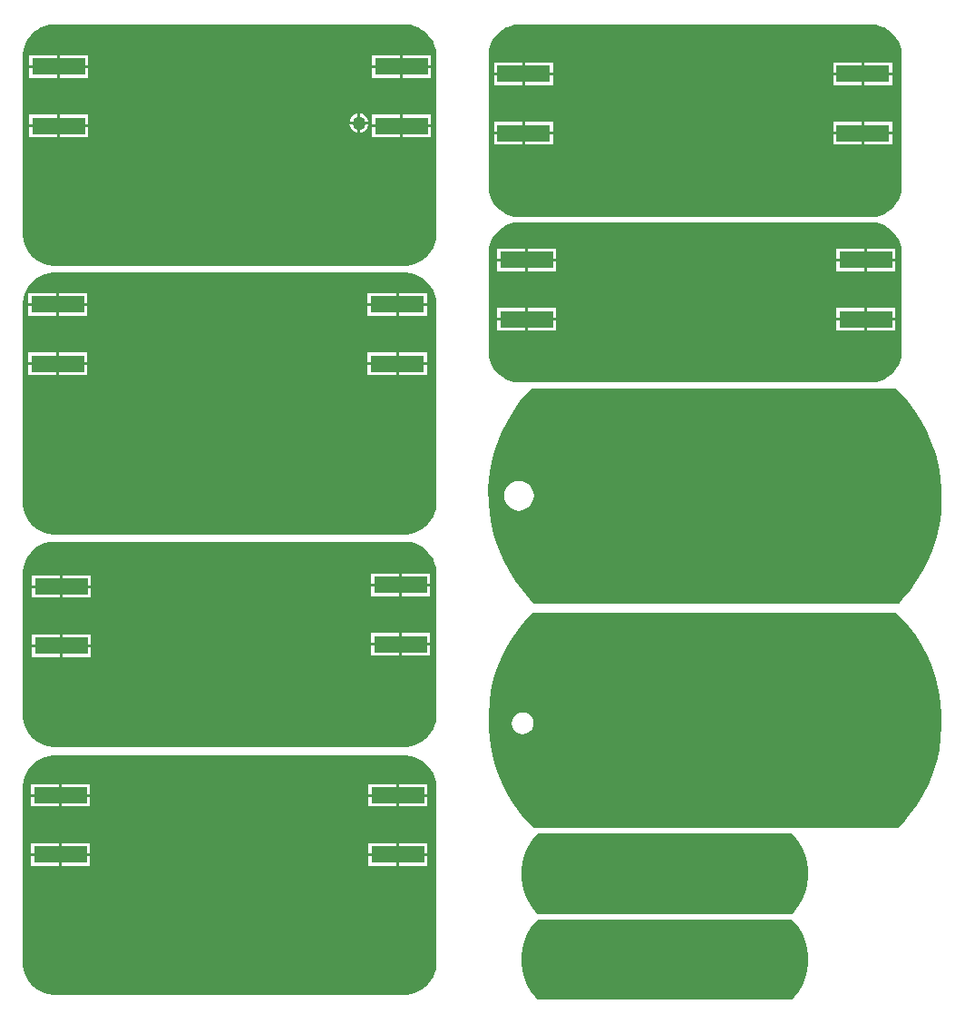
<source format=gbr>
%TF.GenerationSoftware,Altium Limited,Altium Designer,20.0.10 (225)*%
G04 Layer_Physical_Order=2*
G04 Layer_Color=16711680*
%FSLAX26Y26*%
%MOIN*%
%TF.FileFunction,Copper,L2,Bot,Signal*%
%TF.Part,CustomerPanel*%
G01*
G75*
%TA.AperFunction,SMDPad,CuDef*%
%ADD12R,0.196850X0.062992*%
%TA.AperFunction,ConnectorPad*%
%ADD17R,0.196850X0.062992*%
%TA.AperFunction,ViaPad*%
%ADD20C,0.050000*%
G36*
X1699863Y3758097D02*
X1714818Y3754090D01*
X1729122Y3748165D01*
X1742531Y3740424D01*
X1754814Y3730998D01*
X1765762Y3720050D01*
X1775187Y3707767D01*
X1782929Y3694359D01*
X1788854Y3680055D01*
X1792861Y3665099D01*
X1794882Y3649749D01*
Y3642008D01*
Y2992126D01*
Y2984385D01*
X1792861Y2969035D01*
X1788854Y2954079D01*
X1782929Y2939775D01*
X1775187Y2926367D01*
X1765762Y2914084D01*
X1754814Y2903136D01*
X1742531Y2893710D01*
X1729122Y2885969D01*
X1714818Y2880044D01*
X1699863Y2876037D01*
X1684513Y2874016D01*
X1676772D01*
Y2874016D01*
X393701D01*
Y2874016D01*
X385959D01*
X370609Y2876037D01*
X355654Y2880044D01*
X341350Y2885969D01*
X327942Y2893710D01*
X315658Y2903136D01*
X304710Y2914084D01*
X295285Y2926367D01*
X287544Y2939775D01*
X281619Y2954079D01*
X277611Y2969035D01*
X275591Y2984385D01*
Y2992126D01*
X275591D01*
Y3642008D01*
Y3649749D01*
X277611Y3665099D01*
X281619Y3680055D01*
X287544Y3694359D01*
X295285Y3707767D01*
X304710Y3720050D01*
X315658Y3730998D01*
X327941Y3740424D01*
X341350Y3748165D01*
X355654Y3754090D01*
X370609Y3758097D01*
X385959Y3760118D01*
X393701D01*
Y3760118D01*
X1676772D01*
X1684513Y3760118D01*
X1699863Y3758097D01*
D02*
G37*
G36*
X3410613Y3758097D02*
X3425569Y3754090D01*
X3439873Y3748165D01*
X3453281Y3740424D01*
X3465564Y3730999D01*
X3476512Y3720051D01*
X3485938Y3707767D01*
X3493679Y3694359D01*
X3499604Y3680055D01*
X3503611Y3665100D01*
X3505632Y3649749D01*
Y3161826D01*
X3503611Y3146476D01*
X3499604Y3131520D01*
X3493679Y3117216D01*
X3485938Y3103808D01*
X3476512Y3091524D01*
X3465564Y3080577D01*
X3453281Y3071151D01*
X3439873Y3063410D01*
X3425569Y3057485D01*
X3410613Y3053478D01*
X3395263Y3051457D01*
X2096710D01*
X2081359Y3053478D01*
X2066404Y3057485D01*
X2052100Y3063410D01*
X2038692Y3071151D01*
X2026408Y3080577D01*
X2015460Y3091524D01*
X2006035Y3103808D01*
X1998294Y3117216D01*
X1992369Y3131520D01*
X1988362Y3146476D01*
X1986341Y3161826D01*
Y3649749D01*
X1988362Y3665100D01*
X1992369Y3680055D01*
X1998294Y3694359D01*
X2006035Y3707767D01*
X2015460Y3720051D01*
X2026408Y3730999D01*
X2038692Y3740424D01*
X2052100Y3748165D01*
X2066404Y3754090D01*
X2081359Y3758097D01*
X2096710Y3760118D01*
X3395263D01*
X3410613Y3758097D01*
D02*
G37*
G36*
X1699863Y2845617D02*
X1714818Y2841610D01*
X1729122Y2835685D01*
X1742531Y2827943D01*
X1754814Y2818518D01*
X1765762Y2807570D01*
X1775187Y2795287D01*
X1782929Y2781878D01*
X1788854Y2767574D01*
X1792861Y2752619D01*
X1794882Y2737269D01*
Y2729528D01*
Y2003858D01*
Y1996117D01*
X1792861Y1980767D01*
X1788854Y1965811D01*
X1782929Y1951507D01*
X1775187Y1938099D01*
X1765762Y1925816D01*
X1754814Y1914868D01*
X1742531Y1905442D01*
X1729122Y1897701D01*
X1714818Y1891776D01*
X1699863Y1887769D01*
X1684513Y1885748D01*
X1676772D01*
Y1885748D01*
X393701Y1885748D01*
X385959D01*
X370609Y1887769D01*
X355654Y1891776D01*
X341350Y1897701D01*
X327941Y1905442D01*
X315658Y1914868D01*
X304710Y1925816D01*
X295285Y1938099D01*
X287544Y1951507D01*
X281619Y1965811D01*
X277611Y1980767D01*
X275591Y1996117D01*
Y2003858D01*
Y2003858D01*
Y2729528D01*
Y2737269D01*
X277611Y2752619D01*
X281619Y2767574D01*
X287544Y2781878D01*
X295285Y2795287D01*
X304710Y2807570D01*
X315658Y2818518D01*
X327941Y2827943D01*
X341350Y2835685D01*
X355654Y2841610D01*
X370609Y2845617D01*
X385959Y2847638D01*
X393701D01*
Y2847638D01*
X1676772Y2847638D01*
X1684513D01*
X1699863Y2845617D01*
D02*
G37*
G36*
X3410613Y3031719D02*
X3425569Y3027712D01*
X3439873Y3021787D01*
X3453281Y3014046D01*
X3465564Y3004620D01*
X3476512Y2993673D01*
X3485938Y2981389D01*
X3493679Y2967981D01*
X3499604Y2953677D01*
X3503611Y2938722D01*
X3505632Y2923371D01*
Y2915630D01*
Y2562717D01*
Y2554975D01*
X3503611Y2539625D01*
X3499604Y2524670D01*
X3493679Y2510366D01*
X3485938Y2496957D01*
X3476512Y2484674D01*
X3465564Y2473726D01*
X3453281Y2464301D01*
X3439873Y2456559D01*
X3425569Y2450635D01*
X3410613Y2446627D01*
X3395263Y2444606D01*
X2096710D01*
X2081359Y2446627D01*
X2066404Y2450635D01*
X2052100Y2456559D01*
X2038692Y2464301D01*
X2026408Y2473726D01*
X2015460Y2484674D01*
X2006035Y2496957D01*
X1998294Y2510366D01*
X1992369Y2524670D01*
X1988362Y2539625D01*
X1986341Y2554975D01*
Y2562717D01*
Y2915630D01*
Y2923371D01*
X1988362Y2938722D01*
X1992369Y2953677D01*
X1998294Y2967981D01*
X2006035Y2981389D01*
X2015460Y2993673D01*
X2026408Y3004620D01*
X2038692Y3014046D01*
X2052100Y3021787D01*
X2066404Y3027712D01*
X2081359Y3031719D01*
X2096710Y3033740D01*
X3395263D01*
X3410613Y3031719D01*
D02*
G37*
G36*
X1699863Y1858727D02*
X1714818Y1854720D01*
X1729122Y1848795D01*
X1742531Y1841054D01*
X1754814Y1831628D01*
X1765762Y1820680D01*
X1775187Y1808397D01*
X1782929Y1794989D01*
X1788854Y1780685D01*
X1792861Y1765729D01*
X1794882Y1750379D01*
Y1742638D01*
Y1223858D01*
Y1216117D01*
X1792861Y1200767D01*
X1788854Y1185812D01*
X1782929Y1171507D01*
X1775187Y1158099D01*
X1765762Y1145816D01*
X1754814Y1134868D01*
X1742531Y1125443D01*
X1729122Y1117701D01*
X1714818Y1111776D01*
X1699863Y1107769D01*
X1684513Y1105748D01*
X1676772Y1105748D01*
X393701Y1105748D01*
X385959D01*
X370609Y1107769D01*
X355654Y1111776D01*
X341350Y1117701D01*
X327942Y1125443D01*
X315658Y1134868D01*
X304710Y1145816D01*
X295285Y1158099D01*
X287544Y1171507D01*
X281619Y1185812D01*
X277611Y1200767D01*
X275591Y1216117D01*
Y1223858D01*
X275591Y1742638D01*
X275591D01*
Y1750379D01*
X277611Y1765729D01*
X281619Y1780685D01*
X287544Y1794989D01*
X295285Y1808397D01*
X304710Y1820680D01*
X315658Y1831628D01*
X327942Y1841054D01*
X341350Y1848795D01*
X355654Y1854720D01*
X370609Y1858727D01*
X385959Y1860748D01*
X393701Y1860748D01*
X1676772Y1860748D01*
X1684513D01*
X1699863Y1858727D01*
D02*
G37*
G36*
X3499299Y2408417D02*
X3528229Y2375399D01*
X3554480Y2340213D01*
X3577890Y2303076D01*
X3598313Y2264216D01*
X3615625Y2223874D01*
X3629718Y2182298D01*
X3640506Y2139745D01*
X3647921Y2096476D01*
X3651919Y2052759D01*
X3652475Y2008863D01*
X3649585Y1965059D01*
X3643267Y1921616D01*
X3633560Y1878803D01*
X3620523Y1836884D01*
X3604238Y1796117D01*
X3584805Y1756753D01*
X3562343Y1719035D01*
X3536991Y1683196D01*
X3508906Y1649456D01*
X3496832Y1637073D01*
X3493582Y1633740D01*
Y1633740D01*
X3493582Y1633740D01*
X2155000Y1633740D01*
X2139284Y1649063D01*
X2110353Y1682081D01*
X2084102Y1717267D01*
X2060693Y1754404D01*
X2040269Y1793264D01*
X2022958Y1833606D01*
X2008865Y1875182D01*
X1998077Y1917735D01*
X1990661Y1961004D01*
X1986663Y2004721D01*
X1986108Y2048617D01*
X1988998Y2092421D01*
X1995316Y2135864D01*
X2005023Y2178677D01*
X2018059Y2220596D01*
X2034344Y2261363D01*
X2053777Y2300727D01*
X2076239Y2338445D01*
X2101591Y2374285D01*
X2129677Y2408024D01*
X2145000Y2423740D01*
X3483583D01*
X3499299Y2408417D01*
D02*
G37*
G36*
X1699863Y1073727D02*
X1714818Y1069720D01*
X1729122Y1063795D01*
X1742531Y1056054D01*
X1754814Y1046628D01*
X1765762Y1035680D01*
X1775187Y1023397D01*
X1782929Y1009989D01*
X1788854Y995685D01*
X1792861Y980730D01*
X1794882Y965379D01*
Y306117D01*
X1792861Y290767D01*
X1788854Y275812D01*
X1782929Y261507D01*
X1775187Y248099D01*
X1765762Y235816D01*
X1754814Y224868D01*
X1742531Y215442D01*
X1729122Y207701D01*
X1714818Y201776D01*
X1699863Y197769D01*
X1684513Y195748D01*
X1676772D01*
Y195748D01*
X393701Y195748D01*
X385959Y195748D01*
X370609Y197769D01*
X355654Y201776D01*
X341350Y207701D01*
X327941Y215442D01*
X315658Y224868D01*
X304710Y235816D01*
X295285Y248099D01*
X287544Y261507D01*
X281619Y275811D01*
X277611Y290767D01*
X275591Y306117D01*
Y965379D01*
X277611Y980729D01*
X281619Y995685D01*
X287544Y1009989D01*
X295285Y1023397D01*
X304710Y1035680D01*
X315658Y1046628D01*
X327941Y1056054D01*
X341350Y1063795D01*
X355654Y1069720D01*
X370609Y1073727D01*
X385959Y1075748D01*
X393701D01*
Y1075748D01*
X1676772Y1075748D01*
X1684513Y1075748D01*
X1699863Y1073727D01*
D02*
G37*
G36*
X3485976Y1598740D02*
X3485976Y1598740D01*
X3485976D01*
X3501610Y1583324D01*
X3530361Y1550132D01*
X3556421Y1514788D01*
X3579626Y1477508D01*
X3599835Y1438522D01*
X3616923Y1398070D01*
X3630785Y1356403D01*
X3641334Y1313776D01*
X3648507Y1270453D01*
X3652259Y1226701D01*
X3652566Y1182789D01*
X3649427Y1138989D01*
X3642861Y1095570D01*
X3632909Y1052800D01*
X3619631Y1010943D01*
X3603111Y970256D01*
X3583449Y930991D01*
X3560767Y893390D01*
X3535205Y857684D01*
X3506920Y824094D01*
X3491504Y808461D01*
X2152928D01*
X2137295Y823877D01*
X2108543Y857068D01*
X2082484Y892413D01*
X2059278Y929693D01*
X2039069Y968679D01*
X2021981Y1009131D01*
X2008120Y1050798D01*
X1997570Y1093425D01*
X1990397Y1136748D01*
X1986646Y1180500D01*
X1986339Y1224411D01*
X1989478Y1268212D01*
X1996044Y1311631D01*
X2005996Y1354400D01*
X2019273Y1396258D01*
X2035794Y1436944D01*
X2055455Y1476209D01*
X2078137Y1513811D01*
X2103699Y1549516D01*
X2131984Y1583106D01*
X2147401Y1598740D01*
X3485976Y1598740D01*
D02*
G37*
G36*
X3099955Y788700D02*
X3099955Y788701D01*
X3099955D01*
X3109622Y779033D01*
X3126269Y757339D01*
X3139941Y733659D01*
X3150405Y708396D01*
X3157482Y681983D01*
X3161051Y654873D01*
Y627529D01*
X3157482Y600418D01*
X3150405Y574006D01*
X3139941Y548743D01*
X3126269Y525062D01*
X3109622Y503368D01*
X3099955Y493701D01*
X2167396D01*
X2157728Y503368D01*
X2141082Y525062D01*
X2127410Y548743D01*
X2116945Y574006D01*
X2109868Y600418D01*
X2106299Y627529D01*
Y654873D01*
X2109868Y681983D01*
X2116945Y708396D01*
X2127410Y733659D01*
X2141082Y757339D01*
X2157728Y779033D01*
X2167396Y788701D01*
X3095269Y788701D01*
X3099955Y788700D01*
D02*
G37*
G36*
Y473740D02*
X3099955Y473740D01*
X3099955D01*
X3109622Y464072D01*
X3126269Y442379D01*
X3139941Y418698D01*
X3150405Y393435D01*
X3157482Y367023D01*
X3161051Y339912D01*
Y312568D01*
X3157482Y285458D01*
X3150405Y259045D01*
X3139941Y233782D01*
X3126269Y210101D01*
X3109622Y188408D01*
X3099955Y178740D01*
X2167396D01*
X2157728Y188408D01*
X2141082Y210101D01*
X2127410Y233782D01*
X2116945Y259045D01*
X2109868Y285458D01*
X2106299Y312568D01*
Y339912D01*
X2109868Y367023D01*
X2116945Y393435D01*
X2127410Y418698D01*
X2141082Y442379D01*
X2157728Y464072D01*
X2167396Y473740D01*
X3095269Y473740D01*
X3099955Y473740D01*
D02*
G37*
%LPC*%
G36*
X515906Y3647032D02*
X412481D01*
Y3610536D01*
X515906D01*
Y3647032D01*
D02*
G37*
G36*
X402481D02*
X299055D01*
Y3610536D01*
X402481D01*
Y3647032D01*
D02*
G37*
G36*
X1774961D02*
X1671535D01*
Y3610536D01*
X1774961D01*
Y3647032D01*
D02*
G37*
G36*
X1661535D02*
X1558110D01*
Y3610536D01*
X1661535D01*
Y3647032D01*
D02*
G37*
G36*
X1774961Y3600536D02*
X1671535D01*
Y3564040D01*
X1774961D01*
Y3600536D01*
D02*
G37*
G36*
X1661535D02*
X1558110D01*
Y3564040D01*
X1661535D01*
Y3600536D01*
D02*
G37*
G36*
X515906Y3600536D02*
X412481D01*
Y3564040D01*
X515906D01*
Y3600536D01*
D02*
G37*
G36*
X402481D02*
X299055D01*
Y3564040D01*
X402481D01*
Y3600536D01*
D02*
G37*
G36*
X1515591Y3432144D02*
Y3402500D01*
X1545234D01*
X1544690Y3406637D01*
X1541163Y3415151D01*
X1535553Y3422463D01*
X1528242Y3428073D01*
X1519727Y3431599D01*
X1515591Y3432144D01*
D02*
G37*
G36*
X1505591D02*
X1501454Y3431599D01*
X1492940Y3428073D01*
X1485628Y3422463D01*
X1480018Y3415151D01*
X1476492Y3406637D01*
X1475947Y3402500D01*
X1505591D01*
Y3432144D01*
D02*
G37*
G36*
X515906Y3428921D02*
X412480D01*
Y3392425D01*
X515906D01*
Y3428921D01*
D02*
G37*
G36*
X402480D02*
X299055D01*
Y3392425D01*
X402480D01*
Y3428921D01*
D02*
G37*
G36*
X1774961D02*
X1671535D01*
Y3392425D01*
X1774961D01*
Y3428921D01*
D02*
G37*
G36*
X1661535D02*
X1558110D01*
Y3392425D01*
X1661535D01*
Y3428921D01*
D02*
G37*
G36*
X1545234Y3392500D02*
X1515591D01*
Y3362856D01*
X1519727Y3363401D01*
X1528242Y3366928D01*
X1535553Y3372538D01*
X1541163Y3379849D01*
X1544690Y3388363D01*
X1545234Y3392500D01*
D02*
G37*
G36*
X1505591D02*
X1475947D01*
X1476492Y3388363D01*
X1480018Y3379849D01*
X1485628Y3372538D01*
X1492940Y3366928D01*
X1501454Y3363401D01*
X1505591Y3362856D01*
Y3392500D01*
D02*
G37*
G36*
X1774961Y3382425D02*
X1671535D01*
Y3345929D01*
X1774961D01*
Y3382425D01*
D02*
G37*
G36*
X1661535D02*
X1558110D01*
Y3345929D01*
X1661535D01*
Y3382425D01*
D02*
G37*
G36*
X515906Y3382425D02*
X412480D01*
Y3345929D01*
X515906D01*
Y3382425D01*
D02*
G37*
G36*
X402480D02*
X299055D01*
Y3345929D01*
X402480D01*
Y3382425D01*
D02*
G37*
G36*
X2223113Y3619114D02*
X2119687D01*
Y3582619D01*
X2223113D01*
Y3619114D01*
D02*
G37*
G36*
X2109687D02*
X2006262D01*
Y3582619D01*
X2109687D01*
Y3619114D01*
D02*
G37*
G36*
X3470356D02*
X3366931D01*
Y3582618D01*
X3470356D01*
Y3619114D01*
D02*
G37*
G36*
X3356931D02*
X3253506D01*
Y3582618D01*
X3356931D01*
Y3619114D01*
D02*
G37*
G36*
X3470356Y3572618D02*
X3366931D01*
Y3536122D01*
X3470356D01*
Y3572618D01*
D02*
G37*
G36*
X3356931D02*
X3253506D01*
Y3536122D01*
X3356931D01*
Y3572618D01*
D02*
G37*
G36*
X2223113Y3572619D02*
X2119687D01*
Y3536122D01*
X2223113D01*
Y3572619D01*
D02*
G37*
G36*
X2109687D02*
X2006262D01*
Y3536122D01*
X2109687D01*
Y3572619D01*
D02*
G37*
G36*
X3470356Y3401004D02*
X3366931D01*
Y3364508D01*
X3470356D01*
Y3401004D01*
D02*
G37*
G36*
X3356931D02*
X3253506D01*
Y3364508D01*
X3356931D01*
Y3401004D01*
D02*
G37*
G36*
X2223113D02*
X2119687D01*
Y3364508D01*
X2223113D01*
Y3401004D01*
D02*
G37*
G36*
X2109687D02*
X2006262D01*
Y3364508D01*
X2109687D01*
Y3401004D01*
D02*
G37*
G36*
X3470356Y3354508D02*
X3366931D01*
Y3318012D01*
X3470356D01*
Y3354508D01*
D02*
G37*
G36*
X3356931D02*
X3253506D01*
Y3318012D01*
X3356931D01*
Y3354508D01*
D02*
G37*
G36*
X2223113Y3354508D02*
X2119687D01*
Y3318012D01*
X2223113D01*
Y3354508D01*
D02*
G37*
G36*
X2109687D02*
X2006262D01*
Y3318012D01*
X2109687D01*
Y3354508D01*
D02*
G37*
G36*
X1759606Y2772476D02*
X1656181D01*
Y2735980D01*
X1759606D01*
Y2772476D01*
D02*
G37*
G36*
X1646181D02*
X1542756D01*
Y2735980D01*
X1646181D01*
Y2772476D01*
D02*
G37*
G36*
X512362D02*
X408937D01*
Y2735980D01*
X512362D01*
Y2772476D01*
D02*
G37*
G36*
X398937D02*
X295512D01*
Y2735980D01*
X398937D01*
Y2772476D01*
D02*
G37*
G36*
X1759606Y2725980D02*
X1656181D01*
Y2689484D01*
X1759606D01*
Y2725980D01*
D02*
G37*
G36*
X1646181D02*
X1542756D01*
Y2689484D01*
X1646181D01*
Y2725980D01*
D02*
G37*
G36*
X512362Y2725980D02*
X408937D01*
Y2689484D01*
X512362D01*
Y2725980D01*
D02*
G37*
G36*
X398937D02*
X295512D01*
Y2689484D01*
X398937D01*
Y2725980D01*
D02*
G37*
G36*
X1759606Y2554366D02*
X1656181D01*
Y2517870D01*
X1759606D01*
Y2554366D01*
D02*
G37*
G36*
X1646181D02*
X1542756D01*
Y2517870D01*
X1646181D01*
Y2554366D01*
D02*
G37*
G36*
X512362D02*
X408937D01*
Y2517870D01*
X512362D01*
Y2554366D01*
D02*
G37*
G36*
X398937D02*
X295512D01*
Y2517870D01*
X398937D01*
Y2554366D01*
D02*
G37*
G36*
X1759606Y2507870D02*
X1656181D01*
Y2471374D01*
X1759606D01*
Y2507870D01*
D02*
G37*
G36*
X1646181D02*
X1542756D01*
Y2471374D01*
X1646181D01*
Y2507870D01*
D02*
G37*
G36*
X512362Y2507870D02*
X408937D01*
Y2471374D01*
X512362D01*
Y2507870D01*
D02*
G37*
G36*
X398937D02*
X295512D01*
Y2471374D01*
X398937D01*
Y2507870D01*
D02*
G37*
G36*
X2235181Y2936862D02*
X2131756D01*
Y2900366D01*
X2235181D01*
Y2936862D01*
D02*
G37*
G36*
X2121756D02*
X2018331D01*
Y2900366D01*
X2121756D01*
Y2936862D01*
D02*
G37*
G36*
X3482168D02*
X3378742D01*
Y2900366D01*
X3482168D01*
Y2936862D01*
D02*
G37*
G36*
X3368742D02*
X3265317D01*
Y2900366D01*
X3368742D01*
Y2936862D01*
D02*
G37*
G36*
X3482168Y2890366D02*
X3378742D01*
Y2853870D01*
X3482168D01*
Y2890366D01*
D02*
G37*
G36*
X3368742D02*
X3265317D01*
Y2853870D01*
X3368742D01*
Y2890366D01*
D02*
G37*
G36*
X2235181Y2890366D02*
X2131756D01*
Y2853870D01*
X2235181D01*
Y2890366D01*
D02*
G37*
G36*
X2121756D02*
X2018331D01*
Y2853870D01*
X2121756D01*
Y2890366D01*
D02*
G37*
G36*
X2235181Y2718752D02*
X2131756D01*
Y2682256D01*
X2235181D01*
Y2718752D01*
D02*
G37*
G36*
X2121756D02*
X2018331D01*
Y2682256D01*
X2121756D01*
Y2718752D01*
D02*
G37*
G36*
X3482168D02*
X3378742D01*
Y2682256D01*
X3482168D01*
Y2718752D01*
D02*
G37*
G36*
X3368742D02*
X3265317D01*
Y2682256D01*
X3368742D01*
Y2718752D01*
D02*
G37*
G36*
X3482168Y2672256D02*
X3378742D01*
Y2635760D01*
X3482168D01*
Y2672256D01*
D02*
G37*
G36*
X3368742D02*
X3265317D01*
Y2635760D01*
X3368742D01*
Y2672256D01*
D02*
G37*
G36*
X2235181Y2672256D02*
X2131756D01*
Y2635760D01*
X2235181D01*
Y2672256D01*
D02*
G37*
G36*
X2121756D02*
X2018331D01*
Y2635760D01*
X2121756D01*
Y2672256D01*
D02*
G37*
G36*
X1771417Y1743480D02*
X1667992D01*
Y1706984D01*
X1771417D01*
Y1743480D01*
D02*
G37*
G36*
X1657992D02*
X1554567D01*
Y1706984D01*
X1657992D01*
Y1743480D01*
D02*
G37*
G36*
X524843Y1737244D02*
X421417D01*
Y1700748D01*
X524843D01*
Y1737244D01*
D02*
G37*
G36*
X411417D02*
X307992D01*
Y1700748D01*
X411417D01*
Y1737244D01*
D02*
G37*
G36*
X1771417Y1696984D02*
X1667992D01*
Y1660488D01*
X1771417D01*
Y1696984D01*
D02*
G37*
G36*
X1657992D02*
X1554567D01*
Y1660488D01*
X1657992D01*
Y1696984D01*
D02*
G37*
G36*
X524843Y1690748D02*
X421417D01*
Y1654252D01*
X524843D01*
Y1690748D01*
D02*
G37*
G36*
X411417D02*
X307992D01*
Y1654252D01*
X411417D01*
Y1690748D01*
D02*
G37*
G36*
X1771417Y1525370D02*
X1667992D01*
Y1488874D01*
X1771417D01*
Y1525370D01*
D02*
G37*
G36*
X1657992D02*
X1554567D01*
Y1488874D01*
X1657992D01*
Y1525370D01*
D02*
G37*
G36*
X524843Y1519134D02*
X421417D01*
Y1482638D01*
X524843D01*
Y1519134D01*
D02*
G37*
G36*
X411417D02*
X307992D01*
Y1482638D01*
X411417D01*
Y1519134D01*
D02*
G37*
G36*
X1771417Y1478874D02*
X1667992D01*
Y1442378D01*
X1771417D01*
Y1478874D01*
D02*
G37*
G36*
X1657992D02*
X1554567D01*
Y1442378D01*
X1657992D01*
Y1478874D01*
D02*
G37*
G36*
X524843Y1472638D02*
X421417D01*
Y1436142D01*
X524843D01*
Y1472638D01*
D02*
G37*
G36*
X411417D02*
X307992D01*
Y1436142D01*
X411417D01*
Y1472638D01*
D02*
G37*
G36*
X2098307Y2083579D02*
X2084114Y2081711D01*
X2070887Y2076232D01*
X2059530Y2067517D01*
X2050815Y2056160D01*
X2045336Y2042934D01*
X2043468Y2028740D01*
X2045336Y2014547D01*
X2050815Y2001321D01*
X2059530Y1989963D01*
X2070887Y1981248D01*
X2084114Y1975770D01*
X2098307Y1973901D01*
X2112501Y1975770D01*
X2125727Y1981248D01*
X2137084Y1989963D01*
X2145799Y2001321D01*
X2151278Y2014547D01*
X2153146Y2028740D01*
X2151278Y2042934D01*
X2145799Y2056160D01*
X2137084Y2067517D01*
X2125727Y2076232D01*
X2112501Y2081711D01*
X2098307Y2083579D01*
D02*
G37*
G36*
X522205Y970649D02*
X418779D01*
Y934154D01*
X522205D01*
Y970649D01*
D02*
G37*
G36*
X408779D02*
X305354D01*
Y934154D01*
X408779D01*
Y970649D01*
D02*
G37*
G36*
X1761575D02*
X1658150D01*
Y934154D01*
X1761575D01*
Y970649D01*
D02*
G37*
G36*
X1648150D02*
X1544724D01*
Y934154D01*
X1648150D01*
Y970649D01*
D02*
G37*
G36*
X1761575Y924154D02*
X1658150D01*
Y887658D01*
X1761575D01*
Y924154D01*
D02*
G37*
G36*
X1648150D02*
X1544724D01*
Y887658D01*
X1648150D01*
Y924154D01*
D02*
G37*
G36*
X522205Y924154D02*
X418779D01*
Y887658D01*
X522205D01*
Y924154D01*
D02*
G37*
G36*
X408779D02*
X305354D01*
Y887658D01*
X408779D01*
Y924154D01*
D02*
G37*
G36*
X1761575Y752539D02*
X1658150D01*
Y716043D01*
X1761575D01*
Y752539D01*
D02*
G37*
G36*
X1648150D02*
X1544724D01*
Y716043D01*
X1648150D01*
Y752539D01*
D02*
G37*
G36*
X522205D02*
X418779D01*
Y716043D01*
X522205D01*
Y752539D01*
D02*
G37*
G36*
X408779D02*
X305354D01*
Y716043D01*
X408779D01*
Y752539D01*
D02*
G37*
G36*
X1761575Y706043D02*
X1658150D01*
Y669547D01*
X1761575D01*
Y706043D01*
D02*
G37*
G36*
X1648150D02*
X1544724D01*
Y669547D01*
X1648150D01*
Y706043D01*
D02*
G37*
G36*
X522205Y706043D02*
X418779D01*
Y669547D01*
X522205D01*
Y706043D01*
D02*
G37*
G36*
X408779D02*
X305354D01*
Y669547D01*
X408779D01*
Y706043D01*
D02*
G37*
G36*
X2112401Y1234086D02*
X2101958Y1232711D01*
X2092228Y1228680D01*
X2083872Y1222269D01*
X2077461Y1213913D01*
X2073430Y1204182D01*
X2072055Y1193740D01*
X2073430Y1183298D01*
X2077461Y1173568D01*
X2083872Y1165212D01*
X2092228Y1158800D01*
X2101958Y1154770D01*
X2112401Y1153395D01*
X2122843Y1154770D01*
X2132573Y1158800D01*
X2140929Y1165212D01*
X2147340Y1173568D01*
X2151371Y1183298D01*
X2152746Y1193740D01*
X2151371Y1204182D01*
X2147340Y1213913D01*
X2140929Y1222269D01*
X2132573Y1228680D01*
X2122843Y1232711D01*
X2112401Y1234086D01*
D02*
G37*
%LPD*%
D12*
X3361931Y3359508D02*
D03*
Y3577618D02*
D03*
X2114687D02*
D03*
Y3359508D02*
D03*
X416417Y1477638D02*
D03*
Y1695748D02*
D03*
X1651181Y2730980D02*
D03*
Y2512870D02*
D03*
X403937D02*
D03*
Y2730980D02*
D03*
X3373742Y2895366D02*
D03*
Y2677256D02*
D03*
X2126756D02*
D03*
Y2895366D02*
D03*
X413780Y711043D02*
D03*
Y929154D02*
D03*
X1653150Y711043D02*
D03*
Y929154D02*
D03*
X1666535Y3605536D02*
D03*
Y3387425D02*
D03*
X407480D02*
D03*
Y3605536D02*
D03*
D17*
X1662992Y1701984D02*
D03*
Y1483874D02*
D03*
D20*
X3299884Y3275906D02*
D03*
X3369884Y3650906D02*
D03*
X3209884Y3575906D02*
D03*
X2264884Y3605906D02*
D03*
X2249968Y3355000D02*
D03*
X3014884Y3245906D02*
D03*
X3244884Y3270906D02*
D03*
X2226243Y3261453D02*
D03*
X2427133Y3227710D02*
D03*
X2844240Y3550753D02*
D03*
X2764794Y3554357D02*
D03*
X2685267D02*
D03*
X2605739Y3554280D02*
D03*
X2527452Y3540286D02*
D03*
X2599884Y3360906D02*
D03*
X2679884Y3365906D02*
D03*
X2760380Y3377915D02*
D03*
X2839706Y3383579D02*
D03*
X2919119Y3379317D02*
D03*
X2467794Y3554357D02*
D03*
X2388269Y3553748D02*
D03*
X2308805Y3556937D02*
D03*
X2430393Y3377000D02*
D03*
X2509756Y3382109D02*
D03*
X3139106Y3556937D02*
D03*
X3059643Y3553748D02*
D03*
X2980118Y3554357D02*
D03*
X2980232Y3377454D02*
D03*
X2039884Y3135906D02*
D03*
X3019884Y3315906D02*
D03*
X1531417Y1270748D02*
D03*
X1511417Y1760748D02*
D03*
X1496417Y1690748D02*
D03*
X1416417D02*
D03*
X516417Y1390748D02*
D03*
X581417Y1755748D02*
D03*
X506417Y1790748D02*
D03*
X604264Y1685489D02*
D03*
X576417Y1490748D02*
D03*
X631417Y1470748D02*
D03*
X856417Y1390748D02*
D03*
X631417Y1405748D02*
D03*
X636417Y1330748D02*
D03*
X861417Y1320748D02*
D03*
X1331417Y1385748D02*
D03*
X1519792Y1355290D02*
D03*
Y1434818D02*
D03*
X1070646Y1676906D02*
D03*
X991453Y1684200D02*
D03*
X938940Y1508478D02*
D03*
X1018235Y1514558D02*
D03*
X1097430Y1507296D02*
D03*
X771417Y1700748D02*
D03*
X686417Y1695748D02*
D03*
X861417Y1450748D02*
D03*
X859904Y1507296D02*
D03*
X894058Y1682997D02*
D03*
X1333433Y1684654D02*
D03*
X1253905D02*
D03*
X1175809Y1669632D02*
D03*
X1173097Y1525785D02*
D03*
X1250445Y1507296D02*
D03*
X1329970Y1507906D02*
D03*
X1326417Y1450748D02*
D03*
X733307Y2307638D02*
D03*
X548307Y2747638D02*
D03*
X538307Y2532638D02*
D03*
X1235707Y2710299D02*
D03*
X1315234D02*
D03*
X1394762D02*
D03*
X1474290D02*
D03*
X1125492Y2723774D02*
D03*
X1016555Y2719401D02*
D03*
X1048307Y2527638D02*
D03*
X978307D02*
D03*
X919798Y2333479D02*
D03*
X1008307Y2332638D02*
D03*
X1079320Y2348474D02*
D03*
X815649Y2348551D02*
D03*
X771482Y2719436D02*
D03*
X815649Y2533551D02*
D03*
X915492Y2723774D02*
D03*
X1119855Y2289145D02*
D03*
X1123179Y2209687D02*
D03*
X1123924Y2130163D02*
D03*
X1119855Y2050739D02*
D03*
X1296759Y2060299D02*
D03*
X1295917Y2139822D02*
D03*
X1287556Y2218909D02*
D03*
X1297213Y2297849D02*
D03*
Y2377376D02*
D03*
X1298886Y2456886D02*
D03*
X1320031Y2533551D02*
D03*
X1399558D02*
D03*
X1479086D02*
D03*
X601232Y2710299D02*
D03*
X541902Y2455585D02*
D03*
X543005Y2376065D02*
D03*
Y2296537D02*
D03*
X667050Y2709174D02*
D03*
X391721Y2026446D02*
D03*
X943307Y2072638D02*
D03*
X2702798Y2901358D02*
D03*
X3012798Y2613740D02*
D03*
X3207798Y2683740D02*
D03*
X3232798Y2973740D02*
D03*
X3217798Y2893740D02*
D03*
X2142798Y2973740D02*
D03*
X2272798Y2953740D02*
D03*
X2277798Y2603740D02*
D03*
X2362798D02*
D03*
X2307798Y2888740D02*
D03*
X2417798D02*
D03*
X2437798Y2684615D02*
D03*
X2527798D02*
D03*
X2512798Y2888740D02*
D03*
X2802798Y2684615D02*
D03*
X2606967Y2888740D02*
D03*
X2604654Y2684615D02*
D03*
X2712798D02*
D03*
X2872798D02*
D03*
X2791541Y2888740D02*
D03*
X3147798D02*
D03*
X3067798D02*
D03*
X2974130D02*
D03*
X2887798D02*
D03*
X2957798Y2684615D02*
D03*
X3157798Y2608740D02*
D03*
X2187798Y2578740D02*
D03*
X1504606Y725748D02*
D03*
X1449606Y720748D02*
D03*
X1474606Y910748D02*
D03*
X1254549Y904374D02*
D03*
X1334076Y904358D02*
D03*
X1399606Y910748D02*
D03*
X1389606Y720748D02*
D03*
X1173347Y688185D02*
D03*
X1494606Y445748D02*
D03*
X1164606Y460748D02*
D03*
X1020698Y904665D02*
D03*
X1164606Y540748D02*
D03*
Y610748D02*
D03*
X625680Y908366D02*
D03*
X564606Y720748D02*
D03*
X444606Y1025748D02*
D03*
X514606Y1020748D02*
D03*
X766798Y531726D02*
D03*
Y611254D02*
D03*
X590676Y595679D02*
D03*
X589895Y516156D02*
D03*
Y436628D02*
D03*
X774606Y455748D02*
D03*
X1354606Y470748D02*
D03*
Y530748D02*
D03*
X1354872Y595077D02*
D03*
X1354606Y405748D02*
D03*
X1358783Y671494D02*
D03*
X1175021Y904488D02*
D03*
X1095495Y904967D02*
D03*
X943024Y903952D02*
D03*
X863829Y896691D02*
D03*
X784733Y904967D02*
D03*
X705208Y904358D02*
D03*
X559606Y925748D02*
D03*
X584606Y660748D02*
D03*
X769606Y675748D02*
D03*
X804552Y728064D02*
D03*
X884079Y728331D02*
D03*
X961237Y708962D02*
D03*
X1046351Y706556D02*
D03*
X1121570Y703456D02*
D03*
X415591Y3690118D02*
D03*
X1510591Y3397500D02*
D03*
X1417264Y3585118D02*
D03*
X1510591D02*
D03*
X565591Y3390118D02*
D03*
X1570591Y3685118D02*
D03*
X1290591Y3395118D02*
D03*
X790591Y3180118D02*
D03*
Y3100118D02*
D03*
X595591Y3130118D02*
D03*
Y3210118D02*
D03*
X1510591Y3235118D02*
D03*
Y3154203D02*
D03*
X1290591Y3049445D02*
D03*
X1510591D02*
D03*
X1290591Y3185003D02*
D03*
Y3305118D02*
D03*
X1015591Y3585118D02*
D03*
X970591Y3395118D02*
D03*
X1099975D02*
D03*
X1150591Y3585118D02*
D03*
X595591Y3315118D02*
D03*
X790591Y3310118D02*
D03*
X1290591Y3585118D02*
D03*
X1195591Y3395118D02*
D03*
X1510591Y3320118D02*
D03*
X560591Y3610118D02*
D03*
X790591Y3380118D02*
D03*
X865591Y3395118D02*
D03*
X891016Y3585118D02*
D03*
X797138D02*
D03*
X710591D02*
D03*
X635591D02*
D03*
X1400591Y2935118D02*
D03*
X690591Y2930118D02*
D03*
%TF.MD5,c5798bec5b20b688ac7f26c24fa3d3fb*%
M02*

</source>
